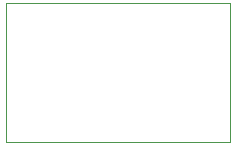
<source format=gbr>
%TF.GenerationSoftware,KiCad,Pcbnew,8.0.7*%
%TF.CreationDate,2025-02-04T22:08:06-05:00*%
%TF.ProjectId,GSCARTSW_RT4K,47534341-5254-4535-975f-5254344b2e6b,rev?*%
%TF.SameCoordinates,Original*%
%TF.FileFunction,Profile,NP*%
%FSLAX46Y46*%
G04 Gerber Fmt 4.6, Leading zero omitted, Abs format (unit mm)*
G04 Created by KiCad (PCBNEW 8.0.7) date 2025-02-04 22:08:06*
%MOMM*%
%LPD*%
G01*
G04 APERTURE LIST*
%TA.AperFunction,Profile*%
%ADD10C,0.050000*%
%TD*%
G04 APERTURE END LIST*
D10*
X128000000Y-103250000D02*
X128000000Y-115000000D01*
X128000000Y-115000000D02*
X147000000Y-115000000D01*
X147000000Y-103250000D02*
X128000000Y-103250000D01*
X147000000Y-115000000D02*
X147000000Y-103250000D01*
M02*

</source>
